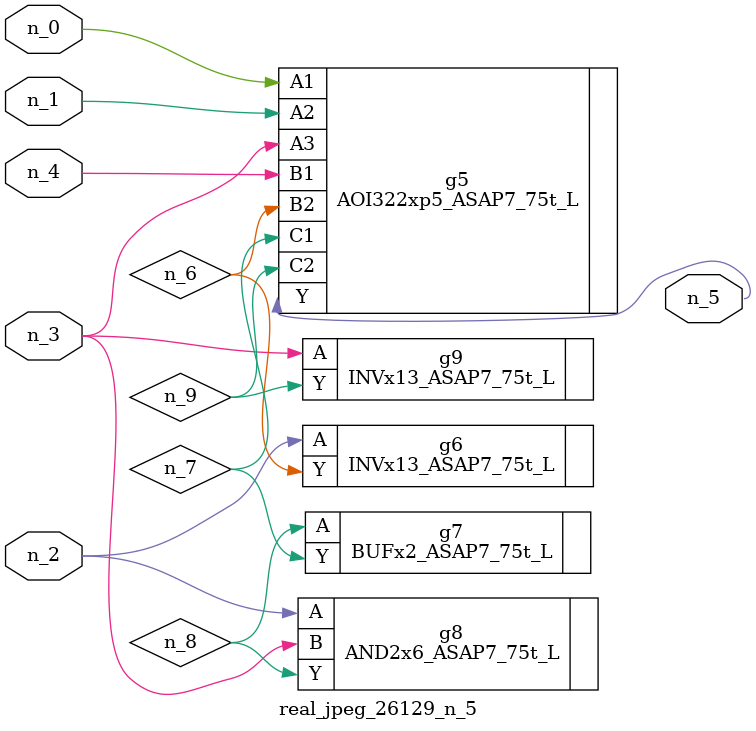
<source format=v>
module real_jpeg_26129_n_5 (n_4, n_0, n_1, n_2, n_3, n_5);

input n_4;
input n_0;
input n_1;
input n_2;
input n_3;

output n_5;

wire n_8;
wire n_6;
wire n_7;
wire n_9;

AOI322xp5_ASAP7_75t_L g5 ( 
.A1(n_0),
.A2(n_1),
.A3(n_3),
.B1(n_4),
.B2(n_6),
.C1(n_7),
.C2(n_9),
.Y(n_5)
);

INVx13_ASAP7_75t_L g6 ( 
.A(n_2),
.Y(n_6)
);

AND2x6_ASAP7_75t_L g8 ( 
.A(n_2),
.B(n_3),
.Y(n_8)
);

INVx13_ASAP7_75t_L g9 ( 
.A(n_3),
.Y(n_9)
);

BUFx2_ASAP7_75t_L g7 ( 
.A(n_8),
.Y(n_7)
);


endmodule
</source>
